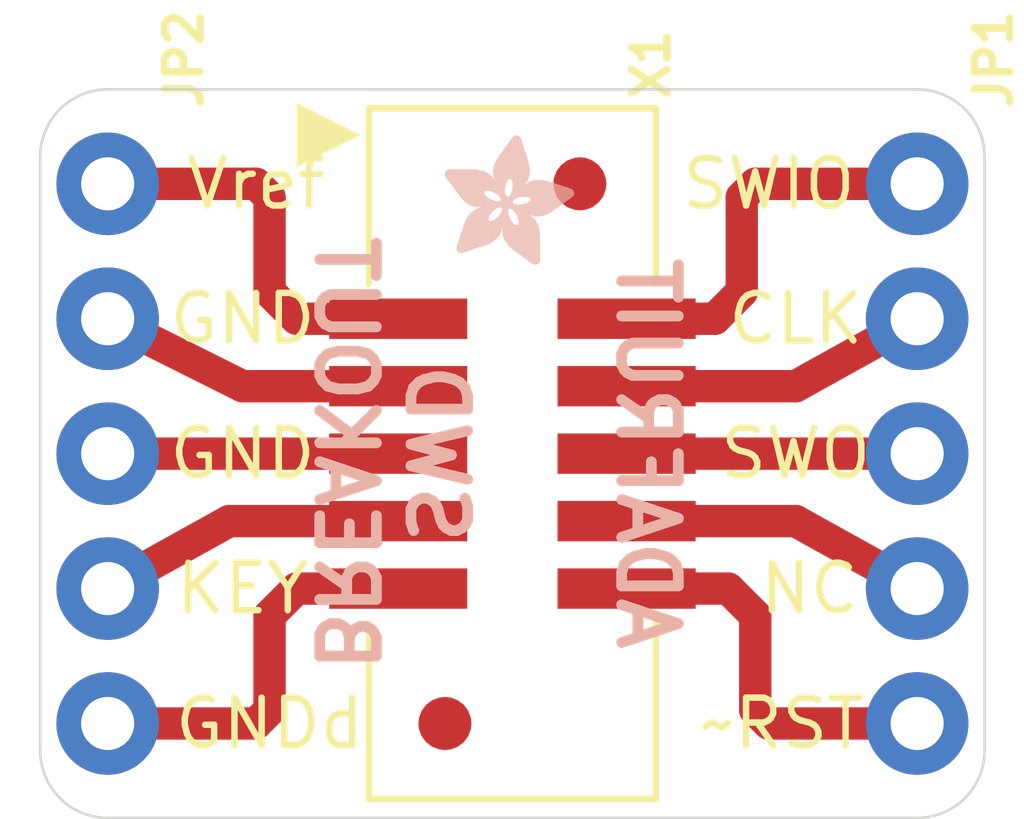
<source format=kicad_pcb>
(kicad_pcb (version 20211014) (generator pcbnew)
  (layers (0 "F.Cu" signal) (31 "B.Cu" signal) (34 "B.Paste" user) (35 "F.Paste" user) (36 "B.SilkS" user "B.Silkscreen") (37 "F.SilkS" user "F.Silkscreen") (38 "B.Mask" user) (39 "F.Mask" user) (44 "Edge.Cuts" user))
  (net 0 "")
  (net 1 "N$1")
  (net 2 "N$2")
  (net 3 "N$3")
  (net 4 "N$4")
  (net 5 "N$5")
  (net 6 "N$6")
  (net 7 "N$7")
  (net 8 "N$8")
  (net 9 "N$9")
  (net 10 "N$10")
  (footprint "boardEagle:FIDUCIAL_1MM" (layer "F.Cu") (at 149.7711 99.9236 -90)
    (fp_text reference "FID2" hide)
    (fp_text value "FIDUCIAL\"\"" hide)
    (pad "1" smd roundrect (at 0 0 270) (size 1 1) (layers "F.Cu" "F.Mask") (roundrect_rratio 0.5))
  )
  (footprint "boardEagle:2X05_1.27MM_BOX_POSTS" (layer "F.Cu") (at 148.5011 105.0036 -90)
    (fp_text reference "X1" (at -6.6 -3 -90) (layer "F.SilkS") (effects (font (size 0.666496 0.666496) (thickness 0.146304)) (justify left bottom)))
    (fp_text value "20317")
    (pad "" np_thru_hole circle (at -1.905 0 270) (size 1 1) (drill 1) (layers *.Cu *.Mask))
    (pad "" np_thru_hole circle (at 1.905 0 270) (size 1 1) (drill 1) (layers *.Cu *.Mask))
    (pad "1" smd rect (at -2.54 2.15 270) (size 0.76 2.6) (layers "F.Cu" "F.Paste" "F.Mask") (net 1 "N$1"))
    (pad "2" smd rect (at -2.54 -2.15 270) (size 0.76 2.6) (layers "F.Cu" "F.Paste" "F.Mask") (net 6 "N$6"))
    (pad "3" smd rect (at -1.27 2.15 270) (size 0.76 2.6) (layers "F.Cu" "F.Paste" "F.Mask") (net 2 "N$2"))
    (pad "4" smd rect (at -1.27 -2.15 270) (size 0.76 2.6) (layers "F.Cu" "F.Paste" "F.Mask") (net 7 "N$7"))
    (pad "5" smd rect (at 0 2.15 270) (size 0.76 2.6) (layers "F.Cu" "F.Paste" "F.Mask") (net 3 "N$3"))
    (pad "6" smd rect (at 0 -2.15 270) (size 0.76 2.6) (layers "F.Cu" "F.Paste" "F.Mask") (net 8 "N$8"))
    (pad "7" smd rect (at 1.27 2.15 270) (size 0.76 2.6) (layers "F.Cu" "F.Paste" "F.Mask") (net 4 "N$4"))
    (pad "8" smd rect (at 1.27 -2.15 270) (size 0.76 2.6) (layers "F.Cu" "F.Paste" "F.Mask") (net 9 "N$9"))
    (pad "9" smd rect (at 2.54 2.15 270) (size 0.76 2.6) (layers "F.Cu" "F.Paste" "F.Mask") (net 5 "N$5"))
    (pad "10" smd rect (at 2.54 -2.15 270) (size 0.76 2.6) (layers "F.Cu" "F.Paste" "F.Mask") (net 10 "N$10"))
  )
  (footprint "boardEagle:1X05_ROUND_FULL_76" (layer "F.Cu") (at 156.1211 105.0036 -90)
    (fp_text reference "JP1" (at -6.4262 -1.8288 -90) (layer "F.SilkS") (effects (font (size 0.666496 0.666496) (thickness 0.146304)) (justify left bottom)))
    (fp_text value "")
    (pad "1" thru_hole circle (at -5.08 0) (size 1.9304 1.9304) (drill 1) (layers *.Cu *.Mask) (net 6 "N$6"))
    (pad "2" thru_hole circle (at -2.54 0) (size 1.9304 1.9304) (drill 1) (layers *.Cu *.Mask) (net 7 "N$7"))
    (pad "3" thru_hole circle (at 0 0) (size 1.9304 1.9304) (drill 1) (layers *.Cu *.Mask) (net 8 "N$8"))
    (pad "4" thru_hole circle (at 2.54 0) (size 1.9304 1.9304) (drill 1) (layers *.Cu *.Mask) (net 9 "N$9"))
    (pad "5" thru_hole circle (at 5.08 0) (size 1.9304 1.9304) (drill 1) (layers *.Cu *.Mask) (net 10 "N$10"))
  )
  (footprint "boardEagle:1X05_ROUND_FULL_76" (layer "F.Cu") (at 140.8811 105.0036 -90)
    (fp_text reference "JP2" (at -6.4262 -1.8288 -90) (layer "F.SilkS") (effects (font (size 0.666496 0.666496) (thickness 0.146304)) (justify left bottom)))
    (fp_text value "")
    (pad "1" thru_hole circle (at -5.08 0) (size 1.9304 1.9304) (drill 1) (layers *.Cu *.Mask) (net 1 "N$1"))
    (pad "2" thru_hole circle (at -2.54 0) (size 1.9304 1.9304) (drill 1) (layers *.Cu *.Mask) (net 2 "N$2"))
    (pad "3" thru_hole circle (at 0 0) (size 1.9304 1.9304) (drill 1) (layers *.Cu *.Mask) (net 3 "N$3"))
    (pad "4" thru_hole circle (at 2.54 0) (size 1.9304 1.9304) (drill 1) (layers *.Cu *.Mask) (net 4 "N$4"))
    (pad "5" thru_hole circle (at 5.08 0) (size 1.9304 1.9304) (drill 1) (layers *.Cu *.Mask) (net 5 "N$5"))
  )
  (footprint "boardEagle:FIDUCIAL_1MM" (layer "F.Cu") (at 147.2311 110.0836 -90)
    (fp_text reference "FID1" hide)
    (fp_text value "FIDUCIAL\"\"" hide)
    (pad "1" smd roundrect (at 0 0 270) (size 1 1) (layers "F.Cu" "F.Mask") (roundrect_rratio 0.5))
  )
  (footprint "boardEagle:ADAFRUIT_2.5MM" (layer "B.Cu") (at 147.2311 101.4476 90)
    (fp_text reference "U$2" hide)
    (fp_text value "" hide)
  )
  (gr_arc (start 140.8811 111.8616) (mid 139.983074 111.489626) (end 139.6111 110.5916) (layer "Edge.Cuts") (width 0.05))
  (gr_arc (start 156.1211 98.1456) (mid 157.019126 98.517574) (end 157.3911 99.4156) (layer "Edge.Cuts") (width 0.05))
  (gr_line (start 139.6111 110.5916) (end 139.6111 99.4156) (layer "Edge.Cuts") (width 0.05))
  (gr_line (start 157.3911 99.4156) (end 157.3911 110.5916) (layer "Edge.Cuts") (width 0.05))
  (gr_arc (start 157.3911 110.5916) (mid 157.019126 111.489626) (end 156.1211 111.8616) (layer "Edge.Cuts") (width 0.05))
  (gr_arc (start 139.6111 99.4156) (mid 139.983074 98.517574) (end 140.8811 98.1456) (layer "Edge.Cuts") (width 0.05))
  (gr_line (start 156.1211 111.8616) (end 140.8811 111.8616) (layer "Edge.Cuts") (width 0.05))
  (gr_line (start 140.8811 98.1456) (end 156.1211 98.1456) (layer "Edge.Cuts") (width 0.05))
  (gr_text "ADAFRUIT" (at 151.0411 105.0036 -90) (layer "B.SilkS") (effects (font (size 1.0668 1.0668) (thickness 0.2032)) (justify mirror)))
  (gr_text "SWD\nBREAKOUT" (at 146.2151 105.0036 -90) (layer "B.SilkS") (effects (font (size 1.0668 1.0668) (thickness 0.2032)) (justify mirror)))
  (gr_text "SWIO" (at 153.3271 99.9236) (layer "F.SilkS") (effects (font (size 0.89408 0.89408) (thickness 0.12192))))
  (gr_text "SWO" (at 153.8351 105.0036) (layer "F.SilkS") (effects (font (size 0.89408 0.89408) (thickness 0.12192))))
  (gr_text "GND" (at 143.4211 102.4636) (layer "F.SilkS") (effects (font (size 0.89408 0.89408) (thickness 0.12192))))
  (gr_text "Vref" (at 143.6751 99.9236) (layer "F.SilkS") (effects (font (size 0.89408 0.89408) (thickness 0.12192))))
  (gr_text "NC" (at 154.0891 107.5436) (layer "F.SilkS") (effects (font (size 0.89408 0.89408) (thickness 0.12192))))
  (gr_text "GNDd" (at 143.9291 110.0836) (layer "F.SilkS") (effects (font (size 0.89408 0.89408) (thickness 0.12192))))
  (gr_text "CLK" (at 153.8351 102.4636) (layer "F.SilkS") (effects (font (size 0.89408 0.89408) (thickness 0.12192))))
  (gr_text "GND" (at 143.4211 105.0036) (layer "F.SilkS") (effects (font (size 0.89408 0.89408) (thickness 0.12192))))
  (gr_text "KEY" (at 143.4211 107.5436) (layer "F.SilkS") (effects (font (size 0.89408 0.89408) (thickness 0.12192))))
  (gr_text "~RST" (at 153.5811 110.0836) (layer "F.SilkS") (effects (font (size 0.89408 0.89408) (thickness 0.12192))))
  (segment (start 144.4371 102.4636) (end 143.9291 101.9556) (width 0.6096) (layer "F.Cu") (net 1))
  (segment (start 143.9291 101.9556) (end 143.9291 100.1776) (width 0.6096) (layer "F.Cu") (net 1))
  (segment (start 143.9291 100.1776) (end 143.6751 99.9236) (width 0.6096) (layer "F.Cu") (net 1))
  (segment (start 143.6751 99.9236) (end 140.8811 99.9236) (width 0.6096) (layer "F.Cu") (net 1))
  (segment (start 146.3511 102.4636) (end 144.4371 102.4636) (width 0.6096) (layer "F.Cu") (net 1))
  (segment (start 143.4211 103.7336) (end 140.8811 102.4636) (width 0.6096) (layer "F.Cu") (net 2))
  (segment (start 146.3511 103.7336) (end 143.4211 103.7336) (width 0.6096) (layer "F.Cu") (net 2))
  (segment (start 146.3511 105.0036) (end 140.8811 105.0036) (width 0.6096) (layer "F.Cu") (net 3))
  (segment (start 143.1671 106.2736) (end 140.8811 107.5436) (width 0.6096) (layer "F.Cu") (net 4))
  (segment (start 146.3511 106.2736) (end 143.1671 106.2736) (width 0.6096) (layer "F.Cu") (net 4))
  (segment (start 146.3511 107.5436) (end 144.4371 107.5436) (width 0.6096) (layer "F.Cu") (net 5))
  (segment (start 143.9291 108.0516) (end 143.9291 109.8296) (width 0.6096) (layer "F.Cu") (net 5))
  (segment (start 144.4371 107.5436) (end 143.9291 108.0516) (width 0.6096) (layer "F.Cu") (net 5))
  (segment (start 143.6751 110.0836) (end 140.8811 110.0836) (width 0.6096) (layer "F.Cu") (net 5))
  (segment (start 143.9291 109.8296) (end 143.6751 110.0836) (width 0.6096) (layer "F.Cu") (net 5))
  (segment (start 150.6511 102.4636) (end 152.3111 102.4636) (width 0.6096) (layer "F.Cu") (net 6))
  (segment (start 153.0731 99.9236) (end 156.1211 99.9236) (width 0.6096) (layer "F.Cu") (net 6))
  (segment (start 152.3111 102.4636) (end 152.8191 101.9556) (width 0.6096) (layer "F.Cu") (net 6))
  (segment (start 152.8191 101.9556) (end 152.8191 100.1776) (width 0.6096) (layer "F.Cu") (net 6))
  (segment (start 152.8191 100.1776) (end 153.0731 99.9236) (width 0.6096) (layer "F.Cu") (net 6))
  (segment (start 150.6511 103.7336) (end 153.8351 103.7336) (width 0.6096) (layer "F.Cu") (net 7))
  (segment (start 153.8351 103.7336) (end 156.1211 102.4636) (width 0.6096) (layer "F.Cu") (net 7))
  (segment (start 150.6511 105.0036) (end 156.1211 105.0036) (width 0.6096) (layer "F.Cu") (net 8))
  (segment (start 150.6511 106.2736) (end 153.8351 106.2736) (width 0.6096) (layer "F.Cu") (net 9))
  (segment (start 153.8351 106.2736) (end 156.1211 107.5436) (width 0.6096) (layer "F.Cu") (net 9))
  (segment (start 153.0731 109.8296) (end 153.3271 110.0836) (width 0.6096) (layer "F.Cu") (net 10))
  (segment (start 152.5651 107.5436) (end 153.0731 108.0516) (width 0.6096) (layer "F.Cu") (net 10))
  (segment (start 150.6511 107.5436) (end 152.5651 107.5436) (width 0.6096) (layer "F.Cu") (net 10))
  (segment (start 153.3271 110.0836) (end 156.1211 110.0836) (width 0.6096) (layer "F.Cu") (net 10))
  (segment (start 153.0731 108.0516) (end 153.0731 109.8296) (width 0.6096) (layer "F.Cu") (net 10))
)
</source>
